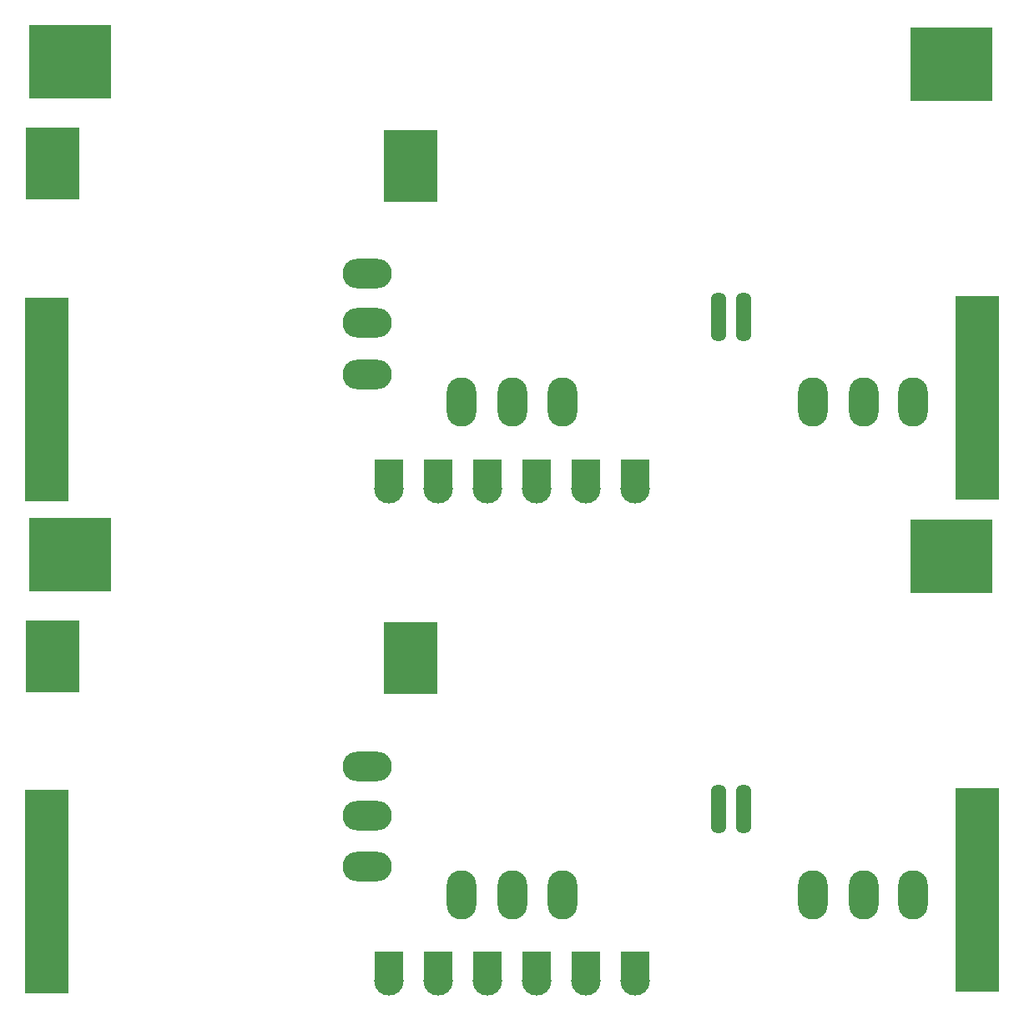
<source format=gbp>
G04*
G04 #@! TF.GenerationSoftware,Altium Limited,Altium Designer,21.0.8 (223)*
G04*
G04 Layer_Color=128*
%FSLAX44Y44*%
%MOMM*%
G71*
G04*
G04 #@! TF.SameCoordinates,31EEA714-13B4-4420-B856-4EAA1F9135B5*
G04*
G04*
G04 #@! TF.FilePolarity,Positive*
G04*
G01*
G75*
%ADD14O,1.6000X5.0000*%
%ADD15R,3.0000X3.0000*%
%ADD16C,3.0000*%
%ADD17O,3.0000X5.0000*%
%ADD18O,5.0000X3.0000*%
%ADD20R,8.3250X7.5750*%
%ADD21R,4.5000X20.7000*%
%ADD22R,5.4750X7.4000*%
D14*
X964000Y448500D02*
D03*
X989000D02*
D03*
X964000Y948500D02*
D03*
X989000D02*
D03*
D15*
X829000Y289000D02*
D03*
X679000Y289000D02*
D03*
X879000D02*
D03*
X779000D02*
D03*
X629000D02*
D03*
X729000Y289000D02*
D03*
X829000Y789000D02*
D03*
X679000Y789000D02*
D03*
X879000D02*
D03*
X779000D02*
D03*
X629000D02*
D03*
X729000Y789000D02*
D03*
D16*
X829000Y274000D02*
D03*
X679000Y274000D02*
D03*
X879000Y274000D02*
D03*
X779000Y274000D02*
D03*
X629000D02*
D03*
X729000Y274000D02*
D03*
X829000Y774000D02*
D03*
X679000Y774000D02*
D03*
X879000Y774000D02*
D03*
X779000Y774000D02*
D03*
X629000D02*
D03*
X729000Y774000D02*
D03*
D17*
X1058890Y361680D02*
D03*
X1110890D02*
D03*
X1160890D02*
D03*
X804890Y361680D02*
D03*
X754890D02*
D03*
X702890D02*
D03*
X1058890Y861680D02*
D03*
X1110890D02*
D03*
X1160890D02*
D03*
X804890Y861680D02*
D03*
X754890D02*
D03*
X702890D02*
D03*
D18*
X607000Y390000D02*
D03*
Y442000D02*
D03*
Y492000D02*
D03*
Y890000D02*
D03*
Y942000D02*
D03*
Y992000D02*
D03*
D20*
X305610Y707176D02*
D03*
X1199826Y704920D02*
D03*
X305610Y1207176D02*
D03*
X1199826Y1204920D02*
D03*
D21*
X1226390Y366180D02*
D03*
X281890Y364680D02*
D03*
X1226390Y866180D02*
D03*
X281890Y864680D02*
D03*
D22*
X288125Y603500D02*
D03*
X651625Y601500D02*
D03*
X288125Y1103500D02*
D03*
X651625Y1101500D02*
D03*
M02*

</source>
